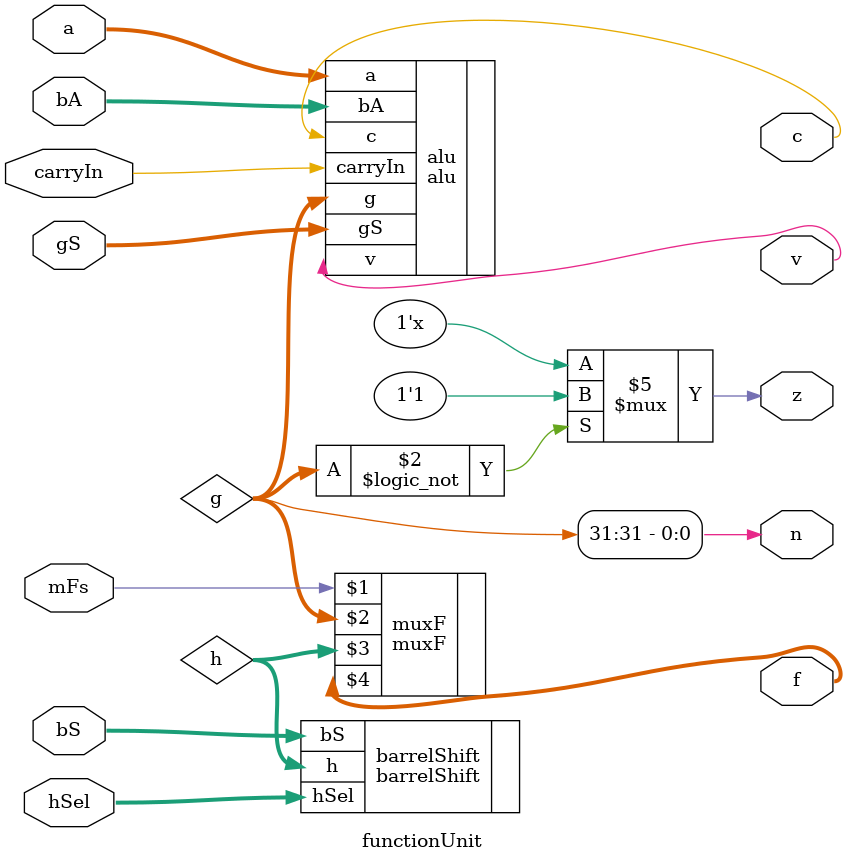
<source format=v>
`timescale 1ns / 1ps


module functionUnit(
    input [2:0]       gS,
    input        carryIn,
    input [1:0]          hSel,
    input            mFs,
    input [31:0]       a,
    input [31:0]      bA,
    input [31:0]      bS,
    output             v,
    output             c,
    output  reg        n,
    output  reg        z,
    output      [31:0] f
    );
    
wire [31:0] g;
wire [31:0] h;

barrelShift barrelShift(.bS(bS), .hSel(hSel), .h(h));
alu alu(.gS(gS), .a(a), .bA(bA), .carryIn(carryIn), .g(g), .v(v), .c(c));         
muxF muxF(mFs, g, h, f);

initial begin
    z=0;
end

always @(*)
   begin    
    if(g==0)
        z = 1;
    n = g[31]; 
   end
    
endmodule

</source>
